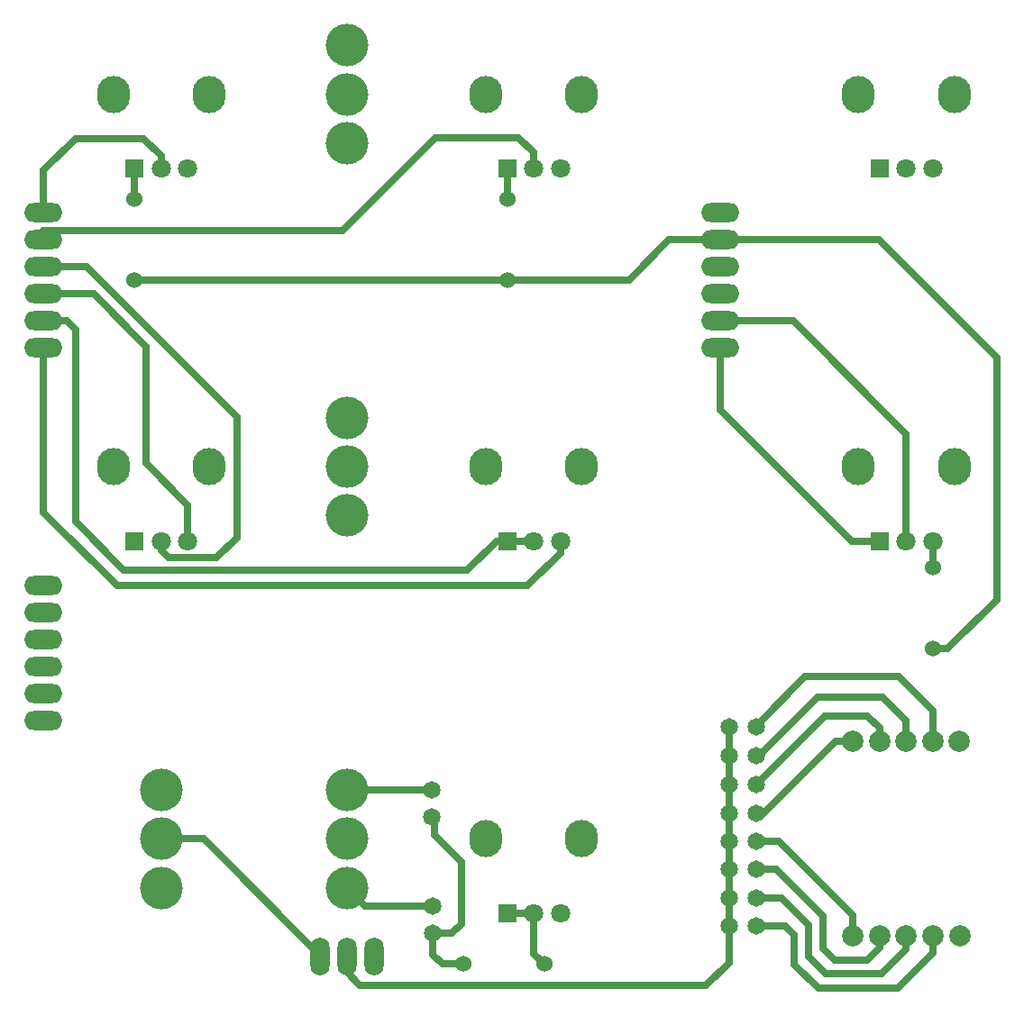
<source format=gbr>
G04 DipTrace 3.3.1.1*
G04 Top.gbr*
%MOIN*%
G04 #@! TF.FileFunction,Copper,L1,Top*
G04 #@! TF.Part,Single*
G04 #@! TA.AperFunction,Conductor*
%ADD13C,0.025984*%
G04 #@! TA.AperFunction,ComponentPad*
%ADD14C,0.064961*%
%ADD15C,0.06*%
%ADD16C,0.06*%
%ADD17C,0.15748*%
%ADD18C,0.07874*%
%ADD19R,0.070866X0.070866*%
%ADD20O,0.122047X0.137795*%
%ADD21C,0.070866*%
%ADD22O,0.141732X0.070866*%
%ADD23O,0.070866X0.141732*%
%FSLAX26Y26*%
G04*
G70*
G90*
G75*
G01*
G04 Top*
%LPD*%
X885999Y3464713D2*
D13*
Y3346029D1*
X885974Y3346054D1*
Y3352370D1*
Y3052370D2*
X2263701D1*
X2713908D1*
X2862955Y3201417D1*
X3050991D1*
X3637106D1*
X4073860Y2764664D1*
Y1869601D1*
X3893063Y1688804D1*
X3839451D1*
X3050991Y2801417D2*
Y2572803D1*
X3537157Y2086636D1*
X3641726D1*
X2263701Y708765D2*
X2362126D1*
Y560646D1*
X2401688Y521084D1*
X2263651Y2086636D2*
X2362076D1*
X2263651D2*
X2224270D1*
X2116917Y1979283D1*
X846736D1*
X667832Y2158188D1*
Y2869088D1*
X635589Y2901331D1*
X549690D1*
X2263707Y3464713D2*
Y3352377D1*
X2263701Y3352370D1*
X3050991Y2901417D2*
X3321749D1*
X3740151Y2483016D1*
Y2086636D1*
X549690Y3301331D2*
Y3459944D1*
X667089Y3577343D1*
X920161D1*
X984424Y3513080D1*
Y3464713D1*
X549690Y3201331D2*
Y3236269D1*
X1655106D1*
X1998748Y3579911D1*
X2306425D1*
X2362133Y3524203D1*
Y3464713D1*
X549690Y3101331D2*
X708470D1*
X1263965Y2545836D1*
Y2099257D1*
X1189534Y2024827D1*
X1010903D1*
X984419Y2051311D1*
Y2086636D1*
X1082844D2*
Y2220833D1*
X929030Y2374647D1*
Y2806340D1*
X734039Y3001331D1*
X549690D1*
X2460501Y2086636D2*
Y2042440D1*
X2339325Y1921264D1*
X821152D1*
X549690Y2192726D1*
Y2801331D1*
X1573445Y549559D2*
Y552026D1*
X1141059Y984412D1*
X984302D1*
X3838576Y2086636D2*
Y1989680D1*
X3839451Y1988804D1*
X3184228Y766664D2*
X3277542D1*
X3377264Y666942D1*
Y550782D1*
X3442336Y485710D1*
X3649714D1*
X3739295Y575291D1*
Y625176D1*
X3184228Y872963D2*
X3257333D1*
X3431883Y698413D1*
Y577887D1*
X3474394Y535377D1*
X3594127D1*
X3640988Y582238D1*
Y625255D1*
X1989198Y736335D2*
X1739971D1*
X1673151Y803155D1*
X2101688Y521084D2*
X2024545D1*
X1989198Y556430D1*
Y636335D1*
X2060049D1*
X2094428Y670714D1*
Y899988D1*
X1993770Y1000646D1*
Y1057224D1*
X1985433Y1065562D1*
X3184228Y975035D2*
X3268879D1*
X3542720Y701194D1*
Y625333D1*
X3184228Y1080109D2*
X3212525D1*
X3478004Y1345588D1*
X3542262D1*
X3184228Y663172D2*
X3291484D1*
X3325445Y629211D1*
Y519971D1*
X3413677Y431739D1*
X3707785D1*
X3837799Y561753D1*
Y625136D1*
X3084228Y663172D2*
Y766664D1*
Y872963D2*
Y766664D1*
Y872963D2*
Y975035D1*
Y1080109D2*
Y975035D1*
Y1184689D2*
Y1080109D1*
Y1292819D2*
Y1184689D1*
Y1398333D2*
Y1292819D1*
Y663172D2*
Y526651D1*
X2999803Y442224D1*
X1719617D1*
X1667517Y494325D1*
Y543631D1*
X1673445Y549559D1*
X3184228Y1184689D2*
X3438734Y1439194D1*
X3596172D1*
X3640560Y1394806D1*
Y1345588D1*
X3184228Y1398333D2*
Y1402827D1*
X3366812Y1585412D1*
X3712165D1*
X3837340Y1460238D1*
Y1345588D1*
X3184228Y1292819D2*
X3193812D1*
X3410516Y1509522D1*
X3650465D1*
X3738852Y1421135D1*
Y1345588D1*
X1673151Y1165675D2*
X1985320D1*
X1985433Y1165562D1*
D14*
X3184228Y663172D3*
X3084228D3*
X3184228Y766664D3*
X3084228D3*
X3184228Y872963D3*
X3084228D3*
X3184228Y975035D3*
X3084228D3*
Y1080109D3*
X3184228D3*
X3084228Y1184689D3*
X3184228D3*
X3084228Y1292819D3*
X3184228D3*
X3084228Y1398333D3*
X3184228D3*
X1989198Y636335D3*
Y736335D3*
D15*
X3839451Y1688804D3*
D16*
Y1988804D3*
D15*
X885974Y3052370D3*
D16*
Y3352370D3*
D15*
X2263701Y3052370D3*
D16*
Y3352370D3*
D15*
X2401688Y521084D3*
D16*
X2101688D3*
D17*
X1673231Y3921677D3*
Y3740417D3*
Y3559157D3*
X1673209Y2543526D3*
Y2362266D3*
Y2181007D3*
X984302Y803152D3*
Y984412D3*
Y1165672D3*
X1673151Y803155D3*
Y984415D3*
Y1165675D3*
D18*
X3542720Y625333D3*
X3640988Y625255D3*
X3739295Y625176D3*
X3837799Y625136D3*
X3938232Y625097D3*
X3542262Y1345588D3*
X3640560D3*
X3738852D3*
X3837340D3*
X3935909Y1345570D3*
D19*
X3641686Y3464713D3*
D20*
X3562946Y3740303D3*
D21*
X3740112Y3464713D3*
D20*
X3917277Y3740303D3*
D21*
X3838537Y3464713D3*
D19*
X3641726Y2086636D3*
D20*
X3562986Y2362227D3*
D21*
X3740151Y2086636D3*
D20*
X3917316Y2362227D3*
D21*
X3838576Y2086636D3*
D19*
X885999Y3464713D3*
D20*
X807259Y3740303D3*
D21*
X984424Y3464713D3*
D20*
X1161589Y3740303D3*
D21*
X1082849Y3464713D3*
D19*
X2263707D3*
D20*
X2184967Y3740303D3*
D21*
X2362133Y3464713D3*
D20*
X2539298Y3740303D3*
D21*
X2460558Y3464713D3*
D19*
X885993Y2086636D3*
D20*
X807253Y2362227D3*
D21*
X984419Y2086636D3*
D20*
X1161584Y2362227D3*
D21*
X1082844Y2086636D3*
D19*
X2263651D3*
D20*
X2184911Y2362227D3*
D21*
X2362076Y2086636D3*
D20*
X2539241Y2362227D3*
D21*
X2460501Y2086636D3*
D19*
X2263701Y708765D3*
D20*
X2184961Y984356D3*
D21*
X2362126Y708765D3*
D20*
X2539291Y984356D3*
D21*
X2460551Y708765D3*
D22*
X3050991Y3101417D3*
Y3001417D3*
Y2901417D3*
Y2801417D3*
Y3201417D3*
Y3301417D3*
X549690Y3101331D3*
Y3001331D3*
Y2901331D3*
Y2801331D3*
Y3201331D3*
Y3301331D3*
Y1723063D3*
Y1623063D3*
Y1523063D3*
Y1423063D3*
Y1823063D3*
Y1923063D3*
D23*
X1773445Y549559D3*
X1673445D3*
X1573445D3*
D14*
X1985433Y1065562D3*
Y1165562D3*
M02*

</source>
